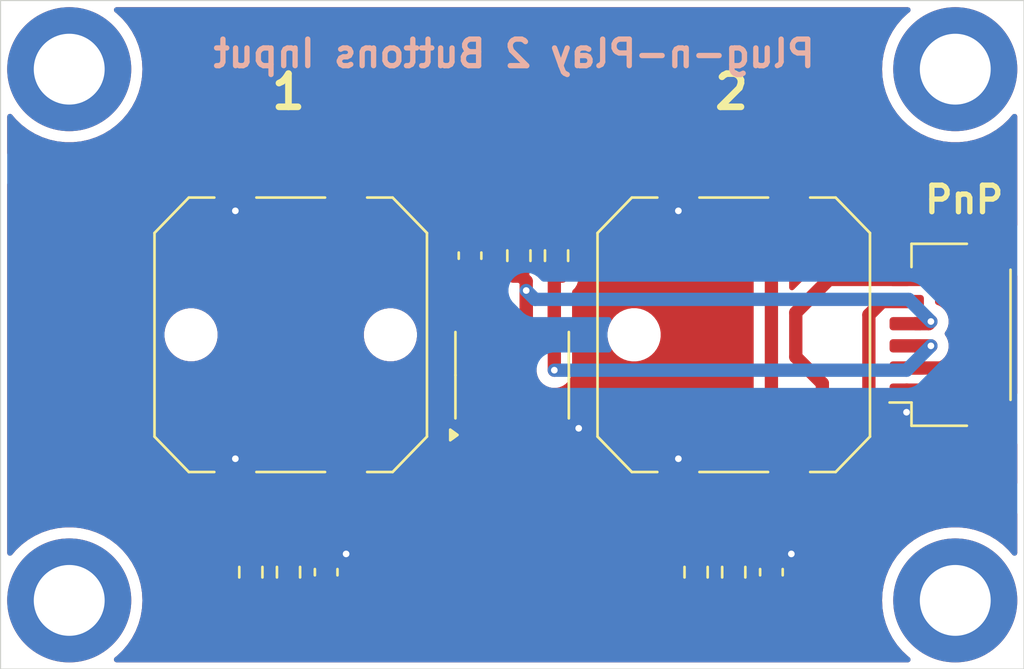
<source format=kicad_pcb>
(kicad_pcb (version 20240108) (generator "pcbnew") (generator_version "8.0")
  (title_block (title "PlugAndPlay QWIIC adapter") (date "2025-05-18") (rev "2") (company "A.B. Yazamut"))
  (layers (0 "F.Cu" signal) (31 "B.Cu" signal) (34 "B.Paste" user) (35 "F.Paste" user) (36 "B.SilkS" user "B.Silkscreen") (37 "F.SilkS" user "F.Silkscreen") (38 "B.Mask" user) (39 "F.Mask" user) (44 "Edge.Cuts" user))
  (net 0 "")
  (net 1 "VCC")
  (net 2 "GND")
  (net 3 "INT1")
  (net 4 "SDA")
  (net 5 "SCL")
  (net 6 "INT2")
  (net 7 "Net-(R2-Pad1)")
  (net 8 "Net-(R3-Pad1)")
  (footprint "Connector_JST:JST_SH_SM06B-SRSS-TB_1x06-1MP_P1.00mm_Horizontal" (layer "F.Cu") (at 63.409284 47.1 90)
    (property "Reference" "J1" (hide yes))
    (property "Value" "JST_SH_SM06B-SRSS-TB_1x06-1MP_P1.00mm_Horizontal" (hide yes))
    (fp_line (start 4.11 -1.785) (end 3.06 -1.785) (stroke (width 0.12)) (layer "F.SilkS"))
    (fp_line (start -3.06 -1.785) (end -3.06 -2.775) (stroke (width 0.12)) (layer "F.SilkS"))
    (fp_line (start -4.11 -1.785) (end -3.06 -1.785) (stroke (width 0.12)) (layer "F.SilkS"))
    (fp_line (start 4.11 0.715) (end 4.11 -1.785) (stroke (width 0.12)) (layer "F.SilkS"))
    (fp_line (start -4.11 0.715) (end -4.11 -1.785) (stroke (width 0.12)) (layer "F.SilkS"))
    (fp_line (start -2.94 2.685) (end 2.94 2.685) (stroke (width 0.12)) (layer "F.SilkS"))
    (pad "1" smd roundrect (at -2.5 -2 90) (size 0.6 1.55) (layers "F.Cu" "F.Paste" "F.Mask") (net 2 "GND"))
    (pad "2" smd roundrect (at -1.5 -2 90) (size 0.6 1.55) (layers "F.Cu" "F.Paste" "F.Mask") (net 1 "VCC"))
    (pad "3" smd roundrect (at -0.5 -2 90) (size 0.6 1.55) (layers "F.Cu" "F.Paste" "F.Mask") (net 4 "SDA"))
    (pad "4" smd roundrect (at 0.5 -2 90) (size 0.6 1.55) (layers "F.Cu" "F.Paste" "F.Mask") (net 5 "SCL"))
    (pad "5" smd roundrect (at 1.5 -2 90) (size 0.6 1.55) (layers "F.Cu" "F.Paste" "F.Mask") (net 3 "INT1"))
    (pad "6" smd roundrect (at 2.5 -2 90) (size 0.6 1.55) (layers "F.Cu" "F.Paste" "F.Mask") (net 6 "INT2"))
    (pad "MP" smd roundrect (at -3.8 1.875 90) (size 1.2 1.8) (layers "F.Cu" "F.Paste" "F.Mask") (roundrect_rratio 0.208333))
    (pad "MP" smd roundrect (at 3.8 1.875 90) (size 1.2 1.8) (layers "F.Cu" "F.Paste" "F.Mask") (roundrect_rratio 0.208333))
  )
  (footprint "Capacitor_SMD:C_0603_1608Metric" (layer "F.Cu") (at 55.3 57.825 90)
    (property "Reference" "C2" (hide yes))
    (property "Value" "0.1uF" (hide yes))
    (fp_line (start -0.14058 -0.51) (end 0.14058 -0.51) (stroke (width 0.12)) (layer "F.SilkS"))
    (fp_line (start -0.14058 0.51) (end 0.14058 0.51) (stroke (width 0.12)) (layer "F.SilkS"))
    (pad "1" smd roundrect (at -0.775 0 90) (size 0.9 0.95) (layers "F.Cu" "F.Paste" "F.Mask") (net 6 "INT2"))
    (pad "2" smd roundrect (at 0.775 0 90) (size 0.9 0.95) (layers "F.Cu" "F.Paste" "F.Mask") (net 2 "GND"))
  )
  (footprint "Button_Switch_SMD:SW_Push_1P1T_NO_CK_PTS125Sx43PSMTR" (layer "F.Cu") (at 33.6 47.1 90)
    (property "Reference" "SW1" (hide yes))
    (property "Value" "SW_Push" (hide yes))
    (fp_line (start 4.6 -6.15) (end 6.2 -4.6) (stroke (width 0.12)) (layer "F.SilkS"))
    (fp_line (start -4.6 -6.15) (end 4.6 -6.15) (stroke (width 0.12)) (layer "F.SilkS"))
    (fp_line (start -6.2 -4.6) (end -4.6 -6.15) (stroke (width 0.12)) (layer "F.SilkS"))
    (fp_line (start 6.2 -3.45) (end 6.2 -4.6) (stroke (width 0.12)) (layer "F.SilkS"))
    (fp_line (start -6.2 -3.45) (end -6.2 -4.6) (stroke (width 0.12)) (layer "F.SilkS"))
    (fp_line (start 6.2 -1.55) (end 6.2 1.55) (stroke (width 0.12)) (layer "F.SilkS"))
    (fp_line (start -6.2 -1.55) (end -6.2 1.55) (stroke (width 0.12)) (layer "F.SilkS"))
    (fp_line (start 6.2 3.45) (end 6.2 4.6) (stroke (width 0.12)) (layer "F.SilkS"))
    (fp_line (start -6.2 3.45) (end -6.2 4.6) (stroke (width 0.12)) (layer "F.SilkS"))
    (fp_line (start -6.2 4.6) (end -4.6 6.15) (stroke (width 0.12)) (layer "F.SilkS"))
    (fp_line (start 4.6 6.15) (end 6.2 4.6) (stroke (width 0.12)) (layer "F.SilkS"))
    (fp_line (start -4.6 6.15) (end 4.6 6.15) (stroke (width 0.12)) (layer "F.SilkS"))
    (pad "" np_thru_hole circle (at 0 -4.5 90) (size 2 2) (drill 2) (layers "*.Cu" "*.Mask" "In1.Cu" "In2.Cu" "In3.Cu" "In4.Cu" "In5.Cu" "In6.Cu" "In7.Cu" "In8.Cu" "In9.Cu" "In10.Cu" "In11.Cu" "In12.Cu" "In13.Cu" "In14.Cu" "In15.Cu" "In16.Cu" "In17.Cu" "In18.Cu" "In19.Cu" "In20.Cu" "In21.Cu" "In22.Cu" "In23.Cu" "In24.Cu" "In25.Cu" "In26.Cu" "In27.Cu" "In28.Cu" "In29.Cu" "In30.Cu"))
    (pad "" np_thru_hole circle (at 0 4.5 90) (size 2 2) (drill 2) (layers "*.Cu" "*.Mask" "In1.Cu" "In2.Cu" "In3.Cu" "In4.Cu" "In5.Cu" "In6.Cu" "In7.Cu" "In8.Cu" "In9.Cu" "In10.Cu" "In11.Cu" "In12.Cu" "In13.Cu" "In14.Cu" "In15.Cu" "In16.Cu" "In17.Cu" "In18.Cu" "In19.Cu" "In20.Cu" "In21.Cu" "In22.Cu" "In23.Cu" "In24.Cu" "In25.Cu" "In26.Cu" "In27.Cu" "In28.Cu" "In29.Cu" "In30.Cu"))
    (pad "1" smd rect (at -7.15 -2.5 90) (size 2 1.5) (layers "F.Cu" "F.Paste" "F.Mask") (net 2 "GND"))
    (pad "1" smd rect (at 7.15 -2.5 90) (size 2 1.5) (layers "F.Cu" "F.Paste" "F.Mask") (net 2 "GND"))
    (pad "2" smd rect (at -7.15 2.5 90) (size 2 1.5) (layers "F.Cu" "F.Paste" "F.Mask") (net 8 "Net-(R3-Pad1)"))
    (pad "2" smd rect (at 7.15 2.5 90) (size 2 1.5) (layers "F.Cu" "F.Paste" "F.Mask") (net 8 "Net-(R3-Pad1)"))
  )
  (footprint "Button_Switch_SMD:SW_Push_1P1T_NO_CK_PTS125Sx43PSMTR" (layer "F.Cu") (at 53.6 47.1 90)
    (property "Reference" "SW2" (hide yes))
    (property "Value" "SW_Push" (hide yes))
    (fp_line (start 4.6 -6.15) (end 6.2 -4.6) (stroke (width 0.12)) (layer "F.SilkS"))
    (fp_line (start -4.6 -6.15) (end 4.6 -6.15) (stroke (width 0.12)) (layer "F.SilkS"))
    (fp_line (start -6.2 -4.6) (end -4.6 -6.15) (stroke (width 0.12)) (layer "F.SilkS"))
    (fp_line (start 6.2 -3.45) (end 6.2 -4.6) (stroke (width 0.12)) (layer "F.SilkS"))
    (fp_line (start -6.2 -3.45) (end -6.2 -4.6) (stroke (width 0.12)) (layer "F.SilkS"))
    (fp_line (start 6.2 -1.55) (end 6.2 1.55) (stroke (width 0.12)) (layer "F.SilkS"))
    (fp_line (start -6.2 -1.55) (end -6.2 1.55) (stroke (width 0.12)) (layer "F.SilkS"))
    (fp_line (start 6.2 3.45) (end 6.2 4.6) (stroke (width 0.12)) (layer "F.SilkS"))
    (fp_line (start -6.2 3.45) (end -6.2 4.6) (stroke (width 0.12)) (layer "F.SilkS"))
    (fp_line (start -6.2 4.6) (end -4.6 6.15) (stroke (width 0.12)) (layer "F.SilkS"))
    (fp_line (start 4.6 6.15) (end 6.2 4.6) (stroke (width 0.12)) (layer "F.SilkS"))
    (fp_line (start -4.6 6.15) (end 4.6 6.15) (stroke (width 0.12)) (layer "F.SilkS"))
    (pad "" np_thru_hole circle (at 0 -4.5 90) (size 2 2) (drill 2) (layers "*.Cu" "*.Mask" "In1.Cu" "In2.Cu" "In3.Cu" "In4.Cu" "In5.Cu" "In6.Cu" "In7.Cu" "In8.Cu" "In9.Cu" "In10.Cu" "In11.Cu" "In12.Cu" "In13.Cu" "In14.Cu" "In15.Cu" "In16.Cu" "In17.Cu" "In18.Cu" "In19.Cu" "In20.Cu" "In21.Cu" "In22.Cu" "In23.Cu" "In24.Cu" "In25.Cu" "In26.Cu" "In27.Cu" "In28.Cu" "In29.Cu" "In30.Cu"))
    (pad "" np_thru_hole circle (at 0 4.5 90) (size 2 2) (drill 2) (layers "*.Cu" "*.Mask" "In1.Cu" "In2.Cu" "In3.Cu" "In4.Cu" "In5.Cu" "In6.Cu" "In7.Cu" "In8.Cu" "In9.Cu" "In10.Cu" "In11.Cu" "In12.Cu" "In13.Cu" "In14.Cu" "In15.Cu" "In16.Cu" "In17.Cu" "In18.Cu" "In19.Cu" "In20.Cu" "In21.Cu" "In22.Cu" "In23.Cu" "In24.Cu" "In25.Cu" "In26.Cu" "In27.Cu" "In28.Cu" "In29.Cu" "In30.Cu"))
    (pad "1" smd rect (at -7.15 -2.5 90) (size 2 1.5) (layers "F.Cu" "F.Paste" "F.Mask") (net 2 "GND"))
    (pad "1" smd rect (at 7.15 -2.5 90) (size 2 1.5) (layers "F.Cu" "F.Paste" "F.Mask") (net 2 "GND"))
    (pad "2" smd rect (at -7.15 2.5 90) (size 2 1.5) (layers "F.Cu" "F.Paste" "F.Mask") (net 7 "Net-(R2-Pad1)"))
    (pad "2" smd rect (at 7.15 2.5 90) (size 2 1.5) (layers "F.Cu" "F.Paste" "F.Mask") (net 7 "Net-(R2-Pad1)"))
  )
  (footprint "Capacitor_SMD:C_0603_1608Metric" (layer "F.Cu") (at 41.695 43.525 -90)
    (property "Reference" "C1" (hide yes))
    (property "Value" "0.1uF" (hide yes))
    (fp_line (start -0.14058 0.51) (end 0.14058 0.51) (stroke (width 0.12)) (layer "F.SilkS"))
    (fp_line (start -0.14058 -0.51) (end 0.14058 -0.51) (stroke (width 0.12)) (layer "F.SilkS"))
    (pad "1" smd roundrect (at -0.775 0 270) (size 0.9 0.95) (layers "F.Cu" "F.Paste" "F.Mask") (net 1 "VCC"))
    (pad "2" smd roundrect (at 0.775 0 270) (size 0.9 0.95) (layers "F.Cu" "F.Paste" "F.Mask") (net 2 "GND"))
  )
  (footprint "Resistor_SMD:R_0603_1608Metric" (layer "F.Cu") (at 45.6 43.525 90)
    (property "Reference" "R5" (hide yes))
    (property "Value" "2.2K" (hide yes))
    (fp_line (start -0.237258 -0.5225) (end 0.237258 -0.5225) (stroke (width 0.12)) (layer "F.SilkS"))
    (fp_line (start -0.237258 0.5225) (end 0.237258 0.5225) (stroke (width 0.12)) (layer "F.SilkS"))
    (pad "1" smd roundrect (at -0.825 0 90) (size 0.8 0.95) (layers "F.Cu" "F.Paste" "F.Mask") (net 4 "SDA"))
    (pad "2" smd roundrect (at 0.825 0 90) (size 0.8 0.95) (layers "F.Cu" "F.Paste" "F.Mask") (net 1 "VCC"))
  )
  (footprint "Resistor_SMD:R_0603_1608Metric" (layer "F.Cu") (at 51.9 57.825 -90)
    (property "Reference" "R1" (hide yes))
    (property "Value" "10K" (hide yes))
    (fp_line (start -0.237258 0.5225) (end 0.237258 0.5225) (stroke (width 0.12)) (layer "F.SilkS"))
    (fp_line (start -0.237258 -0.5225) (end 0.237258 -0.5225) (stroke (width 0.12)) (layer "F.SilkS"))
    (pad "1" smd roundrect (at -0.825 0 270) (size 0.8 0.95) (layers "F.Cu" "F.Paste" "F.Mask") (net 1 "VCC"))
    (pad "2" smd roundrect (at 0.825 0 270) (size 0.8 0.95) (layers "F.Cu" "F.Paste" "F.Mask") (net 6 "INT2"))
  )
  (footprint "MountingHole:MountingHole_3.2mm_M3_DIN965_Pad" (layer "F.Cu") (at 23.6 35.1)
    (property "Reference" "REF**" (hide yes))
    (property "Value" "MountingHole_3.2mm_M3_DIN965_Pad" (hide yes))
    (pad "1" thru_hole circle (at 0 0) (size 5.6 5.6) (drill 3.2) (layers "*.Cu" "*.Mask" "In1.Cu" "In2.Cu" "In3.Cu" "In4.Cu" "In5.Cu" "In6.Cu" "In7.Cu" "In8.Cu" "In9.Cu" "In10.Cu" "In11.Cu" "In12.Cu" "In13.Cu" "In14.Cu" "In15.Cu" "In16.Cu" "In17.Cu" "In18.Cu" "In19.Cu" "In20.Cu" "In21.Cu" "In22.Cu" "In23.Cu" "In24.Cu" "In25.Cu" "In26.Cu" "In27.Cu" "In28.Cu" "In29.Cu" "In30.Cu"))
  )
  (footprint "Resistor_SMD:R_0603_1608Metric" (layer "F.Cu") (at 43.9 43.525 90)
    (property "Reference" "R6" (hide yes))
    (property "Value" "2.2K" (hide yes))
    (fp_line (start -0.237258 -0.5225) (end 0.237258 -0.5225) (stroke (width 0.12)) (layer "F.SilkS"))
    (fp_line (start -0.237258 0.5225) (end 0.237258 0.5225) (stroke (width 0.12)) (layer "F.SilkS"))
    (pad "1" smd roundrect (at -0.825 0 90) (size 0.8 0.95) (layers "F.Cu" "F.Paste" "F.Mask") (net 5 "SCL"))
    (pad "2" smd roundrect (at 0.825 0 90) (size 0.8 0.95) (layers "F.Cu" "F.Paste" "F.Mask") (net 1 "VCC"))
  )
  (footprint "Resistor_SMD:R_0603_1608Metric" (layer "F.Cu") (at 53.6 57.825 -90)
    (property "Reference" "R2" (hide yes))
    (property "Value" "1K" (hide yes))
    (fp_line (start -0.237258 0.5225) (end 0.237258 0.5225) (stroke (width 0.12)) (layer "F.SilkS"))
    (fp_line (start -0.237258 -0.5225) (end 0.237258 -0.5225) (stroke (width 0.12)) (layer "F.SilkS"))
    (pad "1" smd roundrect (at -0.825 0 270) (size 0.8 0.95) (layers "F.Cu" "F.Paste" "F.Mask") (net 7 "Net-(R2-Pad1)"))
    (pad "2" smd roundrect (at 0.825 0 270) (size 0.8 0.95) (layers "F.Cu" "F.Paste" "F.Mask") (net 6 "INT2"))
  )
  (footprint "MountingHole:MountingHole_3.2mm_M3_DIN965_Pad" (layer "F.Cu") (at 63.6 59.1)
    (property "Reference" "REF**" (hide yes))
    (property "Value" "MountingHole_3.2mm_M3_DIN965_Pad" (hide yes))
    (pad "1" thru_hole circle (at 0 0) (size 5.6 5.6) (drill 3.2) (layers "*.Cu" "*.Mask" "In1.Cu" "In2.Cu" "In3.Cu" "In4.Cu" "In5.Cu" "In6.Cu" "In7.Cu" "In8.Cu" "In9.Cu" "In10.Cu" "In11.Cu" "In12.Cu" "In13.Cu" "In14.Cu" "In15.Cu" "In16.Cu" "In17.Cu" "In18.Cu" "In19.Cu" "In20.Cu" "In21.Cu" "In22.Cu" "In23.Cu" "In24.Cu" "In25.Cu" "In26.Cu" "In27.Cu" "In28.Cu" "In29.Cu" "In30.Cu"))
  )
  (footprint "Package_SO:SOIC-8_3.9x4.9mm_P1.27mm" (layer "F.Cu") (at 43.595 48.925 90)
    (property "Reference" "U1" (hide yes))
    (property "Value" "M24C02-FMN" (hide yes))
    (fp_line (start 0 -2.56) (end 1.95 -2.56) (stroke (width 0.12)) (layer "F.SilkS"))
    (fp_line (start 0 -2.56) (end -1.95 -2.56) (stroke (width 0.12)) (layer "F.SilkS"))
    (fp_line (start 0 2.56) (end 1.95 2.56) (stroke (width 0.12)) (layer "F.SilkS"))
    (fp_line (start 0 2.56) (end -1.95 2.56) (stroke (width 0.12)) (layer "F.SilkS"))
    (fp_poly (pts (xy -2.7 -2.465) (xy -2.94 -2.795) (xy -2.46 -2.795) (xy -2.7 -2.465)) (stroke (width 0.12)) (fill solid) (layer "F.SilkS"))
    (pad "1" smd roundrect (at -2.475 -1.905 90) (size 1.95 0.6) (layers "F.Cu" "F.Paste" "F.Mask") (net 2 "GND"))
    (pad "2" smd roundrect (at -2.475 -0.635 90) (size 1.95 0.6) (layers "F.Cu" "F.Paste" "F.Mask") (net 2 "GND"))
    (pad "3" smd roundrect (at -2.475 0.635 90) (size 1.95 0.6) (layers "F.Cu" "F.Paste" "F.Mask") (net 2 "GND"))
    (pad "4" smd roundrect (at -2.475 1.905 90) (size 1.95 0.6) (layers "F.Cu" "F.Paste" "F.Mask") (net 2 "GND"))
    (pad "5" smd roundrect (at 2.475 1.905 90) (size 1.95 0.6) (layers "F.Cu" "F.Paste" "F.Mask") (net 4 "SDA"))
    (pad "6" smd roundrect (at 2.475 0.635 90) (size 1.95 0.6) (layers "F.Cu" "F.Paste" "F.Mask") (net 5 "SCL"))
    (pad "7" smd roundrect (at 2.475 -0.635 90) (size 1.95 0.6) (layers "F.Cu" "F.Paste" "F.Mask") (net 2 "GND"))
    (pad "8" smd roundrect (at 2.475 -1.905 90) (size 1.95 0.6) (layers "F.Cu" "F.Paste" "F.Mask") (net 1 "VCC"))
  )
  (footprint "Fiducial:Fiducial_1mm_Mask2mm" (layer "F.Cu") (at 65.4 54.5)
    (property "Reference" "REF**" (hide yes))
    (property "Value" "Fiducial_1mm_Mask2mm" (hide yes))
    (pad "" smd circle (at 0 0) (size 1 1) (layers "F.Cu" "F.Mask") (clearance 0.5))
  )
  (footprint "MountingHole:MountingHole_3.2mm_M3_DIN965_Pad" (layer "F.Cu") (at 63.6 35.1)
    (property "Reference" "REF**" (hide yes))
    (property "Value" "MountingHole_3.2mm_M3_DIN965_Pad" (hide yes))
    (pad "1" thru_hole circle (at 0 0) (size 5.6 5.6) (drill 3.2) (layers "*.Cu" "*.Mask" "In1.Cu" "In2.Cu" "In3.Cu" "In4.Cu" "In5.Cu" "In6.Cu" "In7.Cu" "In8.Cu" "In9.Cu" "In10.Cu" "In11.Cu" "In12.Cu" "In13.Cu" "In14.Cu" "In15.Cu" "In16.Cu" "In17.Cu" "In18.Cu" "In19.Cu" "In20.Cu" "In21.Cu" "In22.Cu" "In23.Cu" "In24.Cu" "In25.Cu" "In26.Cu" "In27.Cu" "In28.Cu" "In29.Cu" "In30.Cu"))
  )
  (footprint "Resistor_SMD:R_0603_1608Metric" (layer "F.Cu") (at 31.8 57.825 -90)
    (property "Reference" "R4" (hide yes))
    (property "Value" "10K" (hide yes))
    (fp_line (start -0.237258 0.5225) (end 0.237258 0.5225) (stroke (width 0.12)) (layer "F.SilkS"))
    (fp_line (start -0.237258 -0.5225) (end 0.237258 -0.5225) (stroke (width 0.12)) (layer "F.SilkS"))
    (pad "1" smd roundrect (at -0.825 0 270) (size 0.8 0.95) (layers "F.Cu" "F.Paste" "F.Mask") (net 1 "VCC"))
    (pad "2" smd roundrect (at 0.825 0 270) (size 0.8 0.95) (layers "F.Cu" "F.Paste" "F.Mask") (net 3 "INT1"))
  )
  (footprint "Resistor_SMD:R_0603_1608Metric" (layer "F.Cu") (at 33.5 57.825 -90)
    (property "Reference" "R3" (hide yes))
    (property "Value" "1K" (hide yes))
    (fp_line (start -0.237258 0.5225) (end 0.237258 0.5225) (stroke (width 0.12)) (layer "F.SilkS"))
    (fp_line (start -0.237258 -0.5225) (end 0.237258 -0.5225) (stroke (width 0.12)) (layer "F.SilkS"))
    (pad "1" smd roundrect (at -0.825 0 270) (size 0.8 0.95) (layers "F.Cu" "F.Paste" "F.Mask") (net 8 "Net-(R3-Pad1)"))
    (pad "2" smd roundrect (at 0.825 0 270) (size 0.8 0.95) (layers "F.Cu" "F.Paste" "F.Mask") (net 3 "INT1"))
  )
  (footprint "MountingHole:MountingHole_3.2mm_M3_DIN965_Pad" (layer "F.Cu") (at 23.6 59.1)
    (property "Reference" "REF**" (hide yes))
    (property "Value" "MountingHole_3.2mm_M3_DIN965_Pad" (hide yes))
    (pad "1" thru_hole circle (at 0 0) (size 5.6 5.6) (drill 3.2) (layers "*.Cu" "*.Mask" "In1.Cu" "In2.Cu" "In3.Cu" "In4.Cu" "In5.Cu" "In6.Cu" "In7.Cu" "In8.Cu" "In9.Cu" "In10.Cu" "In11.Cu" "In12.Cu" "In13.Cu" "In14.Cu" "In15.Cu" "In16.Cu" "In17.Cu" "In18.Cu" "In19.Cu" "In20.Cu" "In21.Cu" "In22.Cu" "In23.Cu" "In24.Cu" "In25.Cu" "In26.Cu" "In27.Cu" "In28.Cu" "In29.Cu" "In30.Cu"))
  )
  (footprint "Capacitor_SMD:C_0603_1608Metric" (layer "F.Cu") (at 35.2 57.825 90)
    (property "Reference" "C3" (hide yes))
    (property "Value" "0.1uF" (hide yes))
    (fp_line (start -0.14058 -0.51) (end 0.14058 -0.51) (stroke (width 0.12)) (layer "F.SilkS"))
    (fp_line (start -0.14058 0.51) (end 0.14058 0.51) (stroke (width 0.12)) (layer "F.SilkS"))
    (pad "1" smd roundrect (at -0.775 0 90) (size 0.9 0.95) (layers "F.Cu" "F.Paste" "F.Mask") (net 3 "INT1"))
    (pad "2" smd roundrect (at 0.775 0 90) (size 0.9 0.95) (layers "F.Cu" "F.Paste" "F.Mask") (net 2 "GND"))
  )
  (footprint "Fiducial:Fiducial_1mm_Mask2mm" (layer "F.Cu") (at 21.8 39.6)
    (property "Reference" "REF**" (hide yes))
    (property "Value" "Fiducial_1mm_Mask2mm" (hide yes))
    (pad "" smd circle (at 0 0) (size 1 1) (layers "F.Cu" "F.Mask") (clearance 0.5))
  )
  (gr_rect (start 20.5 32) (end 66.7 62.2) (stroke (width 0.05)) (fill none) (layer "Edge.Cuts"))
  (gr_text "Plug-n-Play 2 Buttons Input" (at 57.382856 35.1 0) (layer "B.SilkS") (effects (font (size 1.2 1.2) (thickness 0.24) (bold yes)) (justify left bottom mirror)))
  (gr_text "1" (at 32.585715 37 0) (layer "F.SilkS") (effects (font (size 1.5 1.5) (thickness 0.3) (bold yes)) (justify left bottom)))
  (gr_text "2" (at 52.585715 37 0) (layer "F.SilkS") (effects (font (size 1.5 1.5) (thickness 0.3) (bold yes)) (justify left bottom)))
  (gr_text "PnP" (at 62.1 41.7 0) (layer "F.SilkS") (effects (font (size 1.2 1.2) (thickness 0.24) (bold yes)) (justify left bottom)))
  (segment (start 61.8 48.6) (end 62.107678 48.6) (width 0.6) (layer "F.Cu") (net 1))
  (segment (start 45.55 42.75) (end 45.6 42.7) (width 0.6) (layer "F.Cu") (net 1))
  (segment (start 41.695 42.75) (end 45.55 42.75) (width 0.6) (layer "F.Cu") (net 1))
  (segment (start 61.409284 48.6) (end 63.4 48.6) (width 0.6) (layer "F.Cu") (net 1))
  (segment (start 31.1 54.25) (end 31.1 52.7) (width 0.6) (layer "F.Cu") (net 2))
  (segment (start 42.96 45.565) (end 41.695 44.3) (width 0.6) (layer "F.Cu") (net 2))
  (segment (start 61.409284 50.590716) (end 61.4 50.6) (width 0.6) (layer "F.Cu") (net 2))
  (segment (start 55.3 57.05) (end 56.15 57.05) (width 0.6) (layer "F.Cu") (net 2))
  (segment (start 46.525 51.4) (end 46.6 51.325) (width 0.6) (layer "F.Cu") (net 2))
  (segment (start 56.15 57.05) (end 56.2 57) (width 0.6) (layer "F.Cu") (net 2))
  (segment (start 41.69 51.4) (end 46.525 51.4) (width 0.6) (layer "F.Cu") (net 2))
  (segment (start 35.2 57.05) (end 36.05 57.05) (width 0.6) (layer "F.Cu") (net 2))
  (segment (start 31.1 39.95) (end 31.1 41.5) (width 0.6) (layer "F.Cu") (net 2))
  (segment (start 36.05 57.05) (end 36.1 57) (width 0.6) (layer "F.Cu") (net 2))
  (segment (start 51.1 39.95) (end 51.1 41.5) (width 0.6) (layer "F.Cu") (net 2))
  (segment (start 42.96 46.45) (end 42.96 45.565) (width 0.6) (layer "F.Cu") (net 2))
  (segment (start 51.1 54.25) (end 51.1 52.7) (width 0.6) (layer "F.Cu") (net 2))
  (segment (start 61.409284 49.6) (end 61.409284 50.590716) (width 0.6) (layer "F.Cu") (net 2))
  (segment (start 42.96 46.45) (end 42.96 51.4) (width 0.6) (layer "F.Cu") (net 2))
  (via (at 61.4 50.6) (size 0.5) (drill 0.3) (layers "F.Cu" "B.Cu") (net 2))
  (via (at 31.1 52.7) (size 0.5) (drill 0.3) (layers "F.Cu" "B.Cu") (net 2))
  (via (at 31.1 41.5) (size 0.5) (drill 0.3) (layers "F.Cu" "B.Cu") (net 2))
  (via (at 56.2 57) (size 0.5) (drill 0.3) (layers "F.Cu" "B.Cu") (net 2))
  (via (at 36.1 57) (size 0.5) (drill 0.3) (layers "F.Cu" "B.Cu") (net 2))
  (via (at 51.1 52.7) (size 0.5) (drill 0.3) (layers "F.Cu" "B.Cu") (net 2))
  (via (at 46.6 51.325) (size 0.5) (drill 0.3) (layers "F.Cu" "B.Cu") (net 2))
  (via (at 51.1 41.5) (size 0.5) (drill 0.3) (layers "F.Cu" "B.Cu") (net 2))
  (segment (start 61.409284 45.6) (end 60.3 45.6) (width 0.6) (layer "F.Cu") (net 3))
  (segment (start 60.3 45.6) (end 59.7 46.2) (width 0.6) (layer "F.Cu") (net 3))
  (segment (start 31.8 58.65) (end 35.15 58.65) (width 0.6) (layer "F.Cu") (net 3))
  (segment (start 56.2 59.7) (end 36.3 59.7) (width 0.6) (layer "F.Cu") (net 3))
  (segment (start 59.7 56.2) (end 56.2 59.7) (width 0.6) (layer "F.Cu") (net 3))
  (segment (start 59.7 46.2) (end 59.7 56.2) (width 0.6) (layer "F.Cu") (net 3))
  (segment (start 35.15 58.65) (end 35.2 58.6) (width 0.6) (layer "F.Cu") (net 3))
  (segment (start 36.3 59.7) (end 35.2 58.6) (width 0.6) (layer "F.Cu") (net 3))
  (segment (start 45.5 46.45) (end 45.5 44.45) (width 0.6) (layer "F.Cu") (net 4))
  (segment (start 45.5 46.45) (end 45.5 48.7) (width 0.6) (layer "F.Cu") (net 4))
  (segment (start 45.5 44.45) (end 45.6 44.35) (width 0.6) (layer "F.Cu") (net 4))
  (segment (start 62.5 47.6) (end 61.8 47.6) (width 0.6) (layer "F.Cu") (net 4))
  (via (at 62.5 47.6) (size 0.5) (drill 0.3) (layers "F.Cu" "B.Cu") (net 4))
  (via (at 45.5 48.7) (size 0.5) (drill 0.3) (layers "F.Cu" "B.Cu") (net 4))
  (segment (start 61.4 48.7) (end 45.5 48.7) (width 0.6) (layer "B.Cu") (net 4))
  (segment (start 62.5 47.6) (end 61.4 48.7) (width 0.6) (layer "B.Cu") (net 4))
  (segment (start 44.23 44.68) (end 43.9 44.35) (width 0.6) (layer "F.Cu") (net 5))
  (segment (start 62.5 46.5) (end 62.4 46.6) (width 0.6) (layer "F.Cu") (net 5))
  (segment (start 44.23 46.45) (end 44.23 44.68) (width 0.6) (layer "F.Cu") (net 5))
  (segment (start 44.23 45.1) (end 44.23 46.45) (width 0.6) (layer "F.Cu") (net 5))
  (segment (start 62.4 46.6) (end 61.8 46.6) (width 0.6) (layer "F.Cu") (net 5))
  (via (at 44.23 45.1) (size 0.5) (drill 0.3) (layers "F.Cu" "B.Cu") (net 5))
  (via (at 62.5 46.5) (size 0.5) (drill 0.3) (layers "F.Cu" "B.Cu") (net 5))
  (segment (start 44.63 45.5) (end 44.23 45.1) (width 0.6) (layer "B.Cu") (net 5))
  (segment (start 62.5 46.5) (end 61.5 45.5) (width 0.6) (layer "B.Cu") (net 5))
  (segment (start 61.5 45.5) (end 44.63 45.5) (width 0.6) (layer "B.Cu") (net 5))
  (segment (start 61.409284 44.6) (end 57.9 44.6) (width 0.6) (layer "F.Cu") (net 6))
  (segment (start 57.6 56.775) (end 55.775 58.6) (width 0.6) (layer "F.Cu") (net 6))
  (segment (start 56.4 46.1) (end 56.4 48.1) (width 0.6) (layer "F.Cu") (net 6))
  (segment (start 57.9 44.6) (end 56.4 46.1) (width 0.6) (layer "F.Cu") (net 6))
  (segment (start 51.9 58.65) (end 55.25 58.65) (width 0.6) (layer "F.Cu") (net 6))
  (segment (start 56.4 48.1) (end 57.6 49.3) (width 0.6) (layer "F.Cu") (net 6))
  (segment (start 55.25 58.65) (end 55.3 58.6) (width 0.6) (layer "F.Cu") (net 6))
  (segment (start 55.775 58.6) (end 55.3 58.6) (width 0.6) (layer "F.Cu") (net 6))
  (segment (start 57.6 49.3) (end 57.6 56.775) (width 0.6) (layer "F.Cu") (net 6))
  (segment (start 56.1 54.25) (end 56.1 52.8) (width 0.6) (layer "F.Cu") (net 7))
  (segment (start 54.55 54.25) (end 56.1 54.25) (width 0.6) (layer "F.Cu") (net 7))
  (segment (start 55.3 42.3) (end 56.1 41.5) (width 0.6) (layer "F.Cu") (net 7))
  (segment (start 53.6 57) (end 53.6 55.2) (width 0.6) (layer "F.Cu") (net 7))
  (segment (start 56.1 52.8) (end 55.3 52) (width 0.6) (layer "F.Cu") (net 7))
  (segment (start 55.3 52) (end 55.3 42.3) (width 0.6) (layer "F.Cu") (net 7))
  (segment (start 53.6 55.2) (end 54.55 54.25) (width 0.6) (layer "F.Cu") (net 7))
  (segment (start 56.1 41.5) (end 56.1 39.95) (width 0.6) (layer "F.Cu") (net 7))
  (segment (start 36.1 54.2) (end 36.1 52.75) (width 0.6) (layer "F.Cu") (net 8))
  (segment (start 36.1 52.75) (end 35.2 51.85) (width 0.6) (layer "F.Cu") (net 8))
  (segment (start 35.2 51.85) (end 35.2 42.35) (width 0.6) (layer "F.Cu") (net 8))
  (segment (start 36.1 41.45) (end 36.1 39.9) (width 0.6) (layer "F.Cu") (net 8))
  (segment (start 33.5 55.3) (end 34.55 54.25) (width 0.6) (layer "F.Cu") (net 8))
  (segment (start 34.55 54.25) (end 36.1 54.25) (width 0.6) (layer "F.Cu") (net 8))
  (segment (start 33.5 57) (end 33.5 55.3) (width 0.6) (layer "F.Cu") (net 8))
  (segment (start 35.2 42.35) (end 36.1 41.45) (width 0.6) (layer "F.Cu") (net 8))
  (zone (net 1) (net_name "VCC") (layer "F.Cu") (name "VCC") (priority 1) (connect_pads (clearance 0.5)) (min_thickness 0.25) (fill yes (thermal_gap 0.5) (thermal_bridge_width 0.5))
    (polygon (pts (xy 20.5 32) (xy 66.7 32) (xy 66.7 62.2) (xy 20.5 62.2)))
  )
  (zone (net 2) (net_name "GND") (layer "B.Cu") (name "GND") (connect_pads (clearance 0.5)) (min_thickness 0.25) (fill yes (thermal_gap 0.5) (thermal_bridge_width 0.5))
    (polygon (pts (xy 20.5 32) (xy 20.5 62.2) (xy 66.7 62.2) (xy 66.7 32)))
  )
)
</source>
